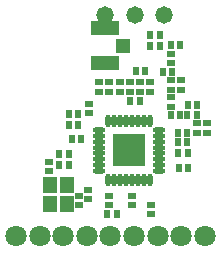
<source format=gts>
G04 Layer_Color=8388736*
%FSAX25Y25*%
%MOIN*%
G70*
G01*
G75*
%ADD33R,0.11036X0.11036*%
%ADD34O,0.04147X0.01800*%
%ADD35O,0.01800X0.04147*%
%ADD36R,0.04737X0.05524*%
%ADD37R,0.09461X0.04934*%
%ADD38R,0.04737X0.04737*%
G04:AMPARAMS|DCode=39|XSize=23mil|YSize=28.08mil|CornerRadius=7.75mil|HoleSize=0mil|Usage=FLASHONLY|Rotation=0.000|XOffset=0mil|YOffset=0mil|HoleType=Round|Shape=RoundedRectangle|*
%AMROUNDEDRECTD39*
21,1,0.02300,0.01258,0,0,0.0*
21,1,0.00750,0.02808,0,0,0.0*
1,1,0.01550,0.00375,-0.00629*
1,1,0.01550,-0.00375,-0.00629*
1,1,0.01550,-0.00375,0.00629*
1,1,0.01550,0.00375,0.00629*
%
%ADD39ROUNDEDRECTD39*%
G04:AMPARAMS|DCode=40|XSize=23mil|YSize=28.08mil|CornerRadius=7.75mil|HoleSize=0mil|Usage=FLASHONLY|Rotation=90.000|XOffset=0mil|YOffset=0mil|HoleType=Round|Shape=RoundedRectangle|*
%AMROUNDEDRECTD40*
21,1,0.02300,0.01258,0,0,90.0*
21,1,0.00750,0.02808,0,0,90.0*
1,1,0.01550,0.00629,0.00375*
1,1,0.01550,0.00629,-0.00375*
1,1,0.01550,-0.00629,-0.00375*
1,1,0.01550,-0.00629,0.00375*
%
%ADD40ROUNDEDRECTD40*%
%ADD41C,0.05800*%
%ADD42C,0.07100*%
D33*
X0560400Y0327100D02*
D03*
D34*
X0550459Y0320210D02*
D03*
Y0322179D02*
D03*
Y0324147D02*
D03*
Y0326116D02*
D03*
Y0328084D02*
D03*
Y0330053D02*
D03*
Y0332021D02*
D03*
Y0333990D02*
D03*
X0570341Y0333990D02*
D03*
Y0332021D02*
D03*
Y0330053D02*
D03*
Y0328084D02*
D03*
Y0326116D02*
D03*
Y0324147D02*
D03*
Y0322179D02*
D03*
Y0320210D02*
D03*
D35*
X0553510Y0337041D02*
D03*
X0555479D02*
D03*
X0557447D02*
D03*
X0559416D02*
D03*
X0561384D02*
D03*
X0563353D02*
D03*
X0565321D02*
D03*
X0567290D02*
D03*
X0567290Y0317159D02*
D03*
X0565321D02*
D03*
X0563353D02*
D03*
X0561384D02*
D03*
X0559416D02*
D03*
X0557447D02*
D03*
X0555479D02*
D03*
X0553510D02*
D03*
D36*
X0534040Y0309312D02*
D03*
Y0315611D02*
D03*
X0539552D02*
D03*
Y0309312D02*
D03*
D37*
X0552347Y0356193D02*
D03*
Y0367807D02*
D03*
D38*
X0558253Y0362000D02*
D03*
D39*
X0577375Y0338775D02*
D03*
X0574225D02*
D03*
X0567440Y0362021D02*
D03*
X0570589D02*
D03*
X0560825Y0343600D02*
D03*
X0563975D02*
D03*
X0565785Y0353427D02*
D03*
X0562635D02*
D03*
X0576925Y0321400D02*
D03*
X0580075D02*
D03*
X0576825Y0326300D02*
D03*
X0579975D02*
D03*
X0576725Y0333000D02*
D03*
X0579875D02*
D03*
X0583075Y0342200D02*
D03*
X0579925D02*
D03*
X0577441Y0362133D02*
D03*
X0574291D02*
D03*
X0570566Y0365562D02*
D03*
X0567416D02*
D03*
X0571562Y0353398D02*
D03*
X0574712D02*
D03*
X0556220Y0306069D02*
D03*
X0553070D02*
D03*
X0543375Y0339400D02*
D03*
X0540225D02*
D03*
X0543375Y0335700D02*
D03*
X0540225D02*
D03*
X0544475Y0330900D02*
D03*
X0541325D02*
D03*
X0540310Y0325951D02*
D03*
X0537161D02*
D03*
X0540239Y0322094D02*
D03*
X0537089D02*
D03*
X0579875Y0330000D02*
D03*
X0576725D02*
D03*
X0583000Y0338818D02*
D03*
X0579850D02*
D03*
D40*
X0574300Y0350450D02*
D03*
Y0347300D02*
D03*
X0574276Y0359357D02*
D03*
Y0356208D02*
D03*
X0567347Y0346754D02*
D03*
Y0349904D02*
D03*
X0560800Y0346725D02*
D03*
Y0349875D02*
D03*
X0553756Y0312089D02*
D03*
Y0308940D02*
D03*
X0561300Y0312075D02*
D03*
Y0308925D02*
D03*
X0567825Y0309058D02*
D03*
Y0305909D02*
D03*
X0586500Y0336100D02*
D03*
Y0332950D02*
D03*
X0583100Y0336100D02*
D03*
Y0332950D02*
D03*
X0574300Y0341700D02*
D03*
Y0344850D02*
D03*
X0577800Y0347300D02*
D03*
Y0350450D02*
D03*
X0564072Y0346754D02*
D03*
Y0349904D02*
D03*
X0557500Y0346725D02*
D03*
Y0349875D02*
D03*
X0553800Y0346725D02*
D03*
Y0349875D02*
D03*
X0550300Y0346725D02*
D03*
Y0349875D02*
D03*
X0547100Y0342575D02*
D03*
Y0339425D02*
D03*
X0543740Y0308778D02*
D03*
Y0311927D02*
D03*
X0533573Y0323350D02*
D03*
Y0320200D02*
D03*
X0546815Y0314047D02*
D03*
Y0310897D02*
D03*
D41*
X0552247Y0372422D02*
D03*
X0562321D02*
D03*
X0572195D02*
D03*
D42*
X0585668Y0298487D02*
D03*
X0522681D02*
D03*
X0530554D02*
D03*
X0538427D02*
D03*
X0546301D02*
D03*
X0554174D02*
D03*
X0562047D02*
D03*
X0569921D02*
D03*
X0577794D02*
D03*
M02*

</source>
